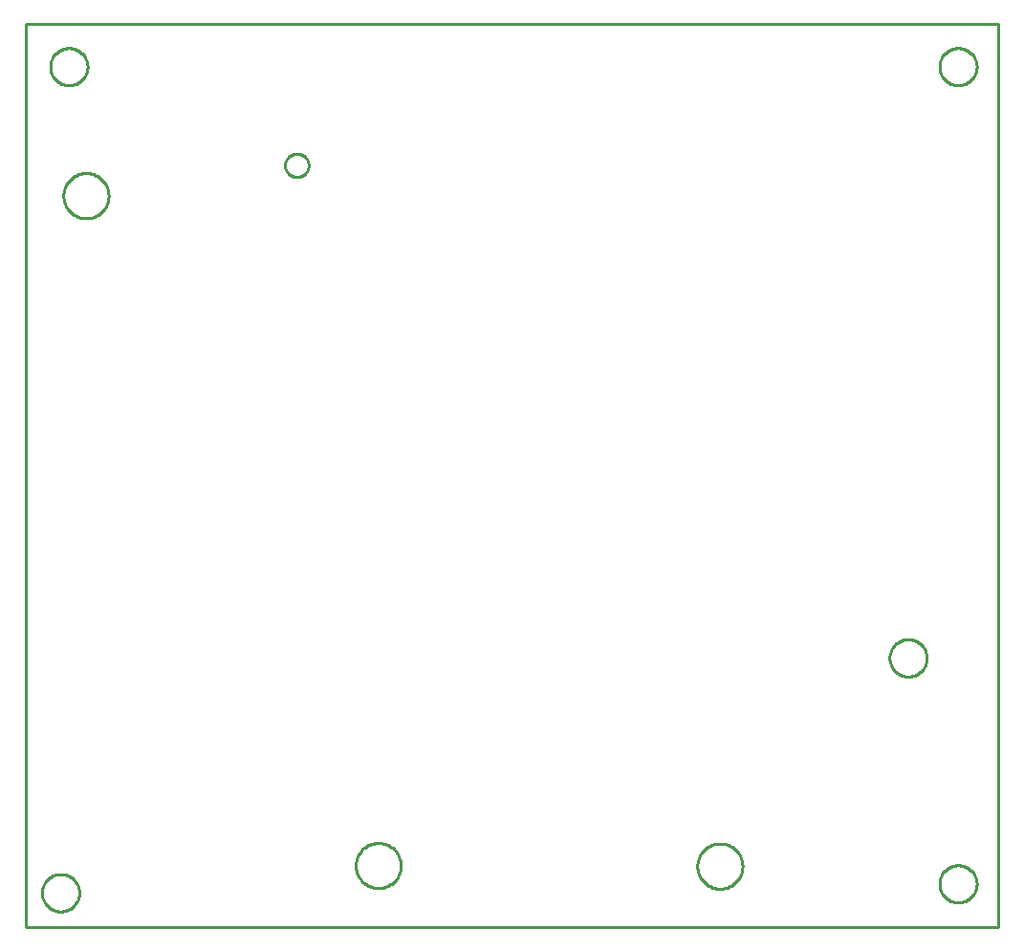
<source format=gko>
G04 EAGLE Gerber RS-274X export*
G75*
%MOMM*%
%FSLAX34Y34*%
%LPD*%
%INBoard Outline*%
%IPPOS*%
%AMOC8*
5,1,8,0,0,1.08239X$1,22.5*%
G01*
%ADD10C,0.000000*%
%ADD11C,0.254000*%


D10*
X508Y-13208D02*
X861608Y-13208D01*
X861608Y786792D01*
X508Y786792D01*
X508Y-13208D01*
X292636Y41108D02*
X292642Y41599D01*
X292660Y42089D01*
X292690Y42579D01*
X292732Y43068D01*
X292786Y43556D01*
X292852Y44043D01*
X292930Y44527D01*
X293020Y45010D01*
X293122Y45490D01*
X293235Y45968D01*
X293360Y46442D01*
X293497Y46914D01*
X293645Y47382D01*
X293805Y47846D01*
X293976Y48306D01*
X294158Y48762D01*
X294352Y49213D01*
X294556Y49659D01*
X294772Y50100D01*
X294998Y50536D01*
X295234Y50966D01*
X295481Y51390D01*
X295739Y51808D01*
X296007Y52219D01*
X296284Y52624D01*
X296572Y53022D01*
X296869Y53413D01*
X297176Y53796D01*
X297492Y54171D01*
X297817Y54539D01*
X298151Y54899D01*
X298494Y55250D01*
X298845Y55593D01*
X299205Y55927D01*
X299573Y56252D01*
X299948Y56568D01*
X300331Y56875D01*
X300722Y57172D01*
X301120Y57460D01*
X301525Y57737D01*
X301936Y58005D01*
X302354Y58263D01*
X302778Y58510D01*
X303208Y58746D01*
X303644Y58972D01*
X304085Y59188D01*
X304531Y59392D01*
X304982Y59586D01*
X305438Y59768D01*
X305898Y59939D01*
X306362Y60099D01*
X306830Y60247D01*
X307302Y60384D01*
X307776Y60509D01*
X308254Y60622D01*
X308734Y60724D01*
X309217Y60814D01*
X309701Y60892D01*
X310188Y60958D01*
X310676Y61012D01*
X311165Y61054D01*
X311655Y61084D01*
X312145Y61102D01*
X312636Y61108D01*
X313127Y61102D01*
X313617Y61084D01*
X314107Y61054D01*
X314596Y61012D01*
X315084Y60958D01*
X315571Y60892D01*
X316055Y60814D01*
X316538Y60724D01*
X317018Y60622D01*
X317496Y60509D01*
X317970Y60384D01*
X318442Y60247D01*
X318910Y60099D01*
X319374Y59939D01*
X319834Y59768D01*
X320290Y59586D01*
X320741Y59392D01*
X321187Y59188D01*
X321628Y58972D01*
X322064Y58746D01*
X322494Y58510D01*
X322918Y58263D01*
X323336Y58005D01*
X323747Y57737D01*
X324152Y57460D01*
X324550Y57172D01*
X324941Y56875D01*
X325324Y56568D01*
X325699Y56252D01*
X326067Y55927D01*
X326427Y55593D01*
X326778Y55250D01*
X327121Y54899D01*
X327455Y54539D01*
X327780Y54171D01*
X328096Y53796D01*
X328403Y53413D01*
X328700Y53022D01*
X328988Y52624D01*
X329265Y52219D01*
X329533Y51808D01*
X329791Y51390D01*
X330038Y50966D01*
X330274Y50536D01*
X330500Y50100D01*
X330716Y49659D01*
X330920Y49213D01*
X331114Y48762D01*
X331296Y48306D01*
X331467Y47846D01*
X331627Y47382D01*
X331775Y46914D01*
X331912Y46442D01*
X332037Y45968D01*
X332150Y45490D01*
X332252Y45010D01*
X332342Y44527D01*
X332420Y44043D01*
X332486Y43556D01*
X332540Y43068D01*
X332582Y42579D01*
X332612Y42089D01*
X332630Y41599D01*
X332636Y41108D01*
X332630Y40617D01*
X332612Y40127D01*
X332582Y39637D01*
X332540Y39148D01*
X332486Y38660D01*
X332420Y38173D01*
X332342Y37689D01*
X332252Y37206D01*
X332150Y36726D01*
X332037Y36248D01*
X331912Y35774D01*
X331775Y35302D01*
X331627Y34834D01*
X331467Y34370D01*
X331296Y33910D01*
X331114Y33454D01*
X330920Y33003D01*
X330716Y32557D01*
X330500Y32116D01*
X330274Y31680D01*
X330038Y31250D01*
X329791Y30826D01*
X329533Y30408D01*
X329265Y29997D01*
X328988Y29592D01*
X328700Y29194D01*
X328403Y28803D01*
X328096Y28420D01*
X327780Y28045D01*
X327455Y27677D01*
X327121Y27317D01*
X326778Y26966D01*
X326427Y26623D01*
X326067Y26289D01*
X325699Y25964D01*
X325324Y25648D01*
X324941Y25341D01*
X324550Y25044D01*
X324152Y24756D01*
X323747Y24479D01*
X323336Y24211D01*
X322918Y23953D01*
X322494Y23706D01*
X322064Y23470D01*
X321628Y23244D01*
X321187Y23028D01*
X320741Y22824D01*
X320290Y22630D01*
X319834Y22448D01*
X319374Y22277D01*
X318910Y22117D01*
X318442Y21969D01*
X317970Y21832D01*
X317496Y21707D01*
X317018Y21594D01*
X316538Y21492D01*
X316055Y21402D01*
X315571Y21324D01*
X315084Y21258D01*
X314596Y21204D01*
X314107Y21162D01*
X313617Y21132D01*
X313127Y21114D01*
X312636Y21108D01*
X312145Y21114D01*
X311655Y21132D01*
X311165Y21162D01*
X310676Y21204D01*
X310188Y21258D01*
X309701Y21324D01*
X309217Y21402D01*
X308734Y21492D01*
X308254Y21594D01*
X307776Y21707D01*
X307302Y21832D01*
X306830Y21969D01*
X306362Y22117D01*
X305898Y22277D01*
X305438Y22448D01*
X304982Y22630D01*
X304531Y22824D01*
X304085Y23028D01*
X303644Y23244D01*
X303208Y23470D01*
X302778Y23706D01*
X302354Y23953D01*
X301936Y24211D01*
X301525Y24479D01*
X301120Y24756D01*
X300722Y25044D01*
X300331Y25341D01*
X299948Y25648D01*
X299573Y25964D01*
X299205Y26289D01*
X298845Y26623D01*
X298494Y26966D01*
X298151Y27317D01*
X297817Y27677D01*
X297492Y28045D01*
X297176Y28420D01*
X296869Y28803D01*
X296572Y29194D01*
X296284Y29592D01*
X296007Y29997D01*
X295739Y30408D01*
X295481Y30826D01*
X295234Y31250D01*
X294998Y31680D01*
X294772Y32116D01*
X294556Y32557D01*
X294352Y33003D01*
X294158Y33454D01*
X293976Y33910D01*
X293805Y34370D01*
X293645Y34834D01*
X293497Y35302D01*
X293360Y35774D01*
X293235Y36248D01*
X293122Y36726D01*
X293020Y37206D01*
X292930Y37689D01*
X292852Y38173D01*
X292786Y38660D01*
X292732Y39148D01*
X292690Y39637D01*
X292660Y40127D01*
X292642Y40617D01*
X292636Y41108D01*
X595112Y40600D02*
X595118Y41091D01*
X595136Y41581D01*
X595166Y42071D01*
X595208Y42560D01*
X595262Y43048D01*
X595328Y43535D01*
X595406Y44019D01*
X595496Y44502D01*
X595598Y44982D01*
X595711Y45460D01*
X595836Y45934D01*
X595973Y46406D01*
X596121Y46874D01*
X596281Y47338D01*
X596452Y47798D01*
X596634Y48254D01*
X596828Y48705D01*
X597032Y49151D01*
X597248Y49592D01*
X597474Y50028D01*
X597710Y50458D01*
X597957Y50882D01*
X598215Y51300D01*
X598483Y51711D01*
X598760Y52116D01*
X599048Y52514D01*
X599345Y52905D01*
X599652Y53288D01*
X599968Y53663D01*
X600293Y54031D01*
X600627Y54391D01*
X600970Y54742D01*
X601321Y55085D01*
X601681Y55419D01*
X602049Y55744D01*
X602424Y56060D01*
X602807Y56367D01*
X603198Y56664D01*
X603596Y56952D01*
X604001Y57229D01*
X604412Y57497D01*
X604830Y57755D01*
X605254Y58002D01*
X605684Y58238D01*
X606120Y58464D01*
X606561Y58680D01*
X607007Y58884D01*
X607458Y59078D01*
X607914Y59260D01*
X608374Y59431D01*
X608838Y59591D01*
X609306Y59739D01*
X609778Y59876D01*
X610252Y60001D01*
X610730Y60114D01*
X611210Y60216D01*
X611693Y60306D01*
X612177Y60384D01*
X612664Y60450D01*
X613152Y60504D01*
X613641Y60546D01*
X614131Y60576D01*
X614621Y60594D01*
X615112Y60600D01*
X615603Y60594D01*
X616093Y60576D01*
X616583Y60546D01*
X617072Y60504D01*
X617560Y60450D01*
X618047Y60384D01*
X618531Y60306D01*
X619014Y60216D01*
X619494Y60114D01*
X619972Y60001D01*
X620446Y59876D01*
X620918Y59739D01*
X621386Y59591D01*
X621850Y59431D01*
X622310Y59260D01*
X622766Y59078D01*
X623217Y58884D01*
X623663Y58680D01*
X624104Y58464D01*
X624540Y58238D01*
X624970Y58002D01*
X625394Y57755D01*
X625812Y57497D01*
X626223Y57229D01*
X626628Y56952D01*
X627026Y56664D01*
X627417Y56367D01*
X627800Y56060D01*
X628175Y55744D01*
X628543Y55419D01*
X628903Y55085D01*
X629254Y54742D01*
X629597Y54391D01*
X629931Y54031D01*
X630256Y53663D01*
X630572Y53288D01*
X630879Y52905D01*
X631176Y52514D01*
X631464Y52116D01*
X631741Y51711D01*
X632009Y51300D01*
X632267Y50882D01*
X632514Y50458D01*
X632750Y50028D01*
X632976Y49592D01*
X633192Y49151D01*
X633396Y48705D01*
X633590Y48254D01*
X633772Y47798D01*
X633943Y47338D01*
X634103Y46874D01*
X634251Y46406D01*
X634388Y45934D01*
X634513Y45460D01*
X634626Y44982D01*
X634728Y44502D01*
X634818Y44019D01*
X634896Y43535D01*
X634962Y43048D01*
X635016Y42560D01*
X635058Y42071D01*
X635088Y41581D01*
X635106Y41091D01*
X635112Y40600D01*
X635106Y40109D01*
X635088Y39619D01*
X635058Y39129D01*
X635016Y38640D01*
X634962Y38152D01*
X634896Y37665D01*
X634818Y37181D01*
X634728Y36698D01*
X634626Y36218D01*
X634513Y35740D01*
X634388Y35266D01*
X634251Y34794D01*
X634103Y34326D01*
X633943Y33862D01*
X633772Y33402D01*
X633590Y32946D01*
X633396Y32495D01*
X633192Y32049D01*
X632976Y31608D01*
X632750Y31172D01*
X632514Y30742D01*
X632267Y30318D01*
X632009Y29900D01*
X631741Y29489D01*
X631464Y29084D01*
X631176Y28686D01*
X630879Y28295D01*
X630572Y27912D01*
X630256Y27537D01*
X629931Y27169D01*
X629597Y26809D01*
X629254Y26458D01*
X628903Y26115D01*
X628543Y25781D01*
X628175Y25456D01*
X627800Y25140D01*
X627417Y24833D01*
X627026Y24536D01*
X626628Y24248D01*
X626223Y23971D01*
X625812Y23703D01*
X625394Y23445D01*
X624970Y23198D01*
X624540Y22962D01*
X624104Y22736D01*
X623663Y22520D01*
X623217Y22316D01*
X622766Y22122D01*
X622310Y21940D01*
X621850Y21769D01*
X621386Y21609D01*
X620918Y21461D01*
X620446Y21324D01*
X619972Y21199D01*
X619494Y21086D01*
X619014Y20984D01*
X618531Y20894D01*
X618047Y20816D01*
X617560Y20750D01*
X617072Y20696D01*
X616583Y20654D01*
X616093Y20624D01*
X615603Y20606D01*
X615112Y20600D01*
X614621Y20606D01*
X614131Y20624D01*
X613641Y20654D01*
X613152Y20696D01*
X612664Y20750D01*
X612177Y20816D01*
X611693Y20894D01*
X611210Y20984D01*
X610730Y21086D01*
X610252Y21199D01*
X609778Y21324D01*
X609306Y21461D01*
X608838Y21609D01*
X608374Y21769D01*
X607914Y21940D01*
X607458Y22122D01*
X607007Y22316D01*
X606561Y22520D01*
X606120Y22736D01*
X605684Y22962D01*
X605254Y23198D01*
X604830Y23445D01*
X604412Y23703D01*
X604001Y23971D01*
X603596Y24248D01*
X603198Y24536D01*
X602807Y24833D01*
X602424Y25140D01*
X602049Y25456D01*
X601681Y25781D01*
X601321Y26115D01*
X600970Y26458D01*
X600627Y26809D01*
X600293Y27169D01*
X599968Y27537D01*
X599652Y27912D01*
X599345Y28295D01*
X599048Y28686D01*
X598760Y29084D01*
X598483Y29489D01*
X598215Y29900D01*
X597957Y30318D01*
X597710Y30742D01*
X597474Y31172D01*
X597248Y31608D01*
X597032Y32049D01*
X596828Y32495D01*
X596634Y32946D01*
X596452Y33402D01*
X596281Y33862D01*
X596121Y34326D01*
X595973Y34794D01*
X595836Y35266D01*
X595711Y35740D01*
X595598Y36218D01*
X595496Y36698D01*
X595406Y37181D01*
X595328Y37665D01*
X595262Y38152D01*
X595208Y38640D01*
X595166Y39129D01*
X595136Y39619D01*
X595118Y40109D01*
X595112Y40600D01*
X230086Y661416D02*
X230089Y661672D01*
X230099Y661927D01*
X230114Y662182D01*
X230136Y662437D01*
X230164Y662691D01*
X230199Y662944D01*
X230239Y663196D01*
X230286Y663448D01*
X230339Y663698D01*
X230398Y663946D01*
X230463Y664194D01*
X230534Y664439D01*
X230612Y664683D01*
X230695Y664924D01*
X230784Y665164D01*
X230879Y665401D01*
X230979Y665636D01*
X231086Y665869D01*
X231198Y666098D01*
X231316Y666325D01*
X231439Y666549D01*
X231568Y666770D01*
X231702Y666987D01*
X231841Y667202D01*
X231986Y667412D01*
X232135Y667620D01*
X232290Y667823D01*
X232450Y668023D01*
X232614Y668218D01*
X232784Y668410D01*
X232958Y668597D01*
X233136Y668780D01*
X233319Y668958D01*
X233506Y669132D01*
X233698Y669302D01*
X233893Y669466D01*
X234093Y669626D01*
X234296Y669781D01*
X234504Y669930D01*
X234714Y670075D01*
X234929Y670214D01*
X235146Y670348D01*
X235367Y670477D01*
X235591Y670600D01*
X235818Y670718D01*
X236047Y670830D01*
X236280Y670937D01*
X236515Y671037D01*
X236752Y671132D01*
X236992Y671221D01*
X237233Y671304D01*
X237477Y671382D01*
X237722Y671453D01*
X237970Y671518D01*
X238218Y671577D01*
X238468Y671630D01*
X238720Y671677D01*
X238972Y671717D01*
X239225Y671752D01*
X239479Y671780D01*
X239734Y671802D01*
X239989Y671817D01*
X240244Y671827D01*
X240500Y671830D01*
X240756Y671827D01*
X241011Y671817D01*
X241266Y671802D01*
X241521Y671780D01*
X241775Y671752D01*
X242028Y671717D01*
X242280Y671677D01*
X242532Y671630D01*
X242782Y671577D01*
X243030Y671518D01*
X243278Y671453D01*
X243523Y671382D01*
X243767Y671304D01*
X244008Y671221D01*
X244248Y671132D01*
X244485Y671037D01*
X244720Y670937D01*
X244953Y670830D01*
X245182Y670718D01*
X245409Y670600D01*
X245633Y670477D01*
X245854Y670348D01*
X246071Y670214D01*
X246286Y670075D01*
X246496Y669930D01*
X246704Y669781D01*
X246907Y669626D01*
X247107Y669466D01*
X247302Y669302D01*
X247494Y669132D01*
X247681Y668958D01*
X247864Y668780D01*
X248042Y668597D01*
X248216Y668410D01*
X248386Y668218D01*
X248550Y668023D01*
X248710Y667823D01*
X248865Y667620D01*
X249014Y667412D01*
X249159Y667202D01*
X249298Y666987D01*
X249432Y666770D01*
X249561Y666549D01*
X249684Y666325D01*
X249802Y666098D01*
X249914Y665869D01*
X250021Y665636D01*
X250121Y665401D01*
X250216Y665164D01*
X250305Y664924D01*
X250388Y664683D01*
X250466Y664439D01*
X250537Y664194D01*
X250602Y663946D01*
X250661Y663698D01*
X250714Y663448D01*
X250761Y663196D01*
X250801Y662944D01*
X250836Y662691D01*
X250864Y662437D01*
X250886Y662182D01*
X250901Y661927D01*
X250911Y661672D01*
X250914Y661416D01*
X250911Y661160D01*
X250901Y660905D01*
X250886Y660650D01*
X250864Y660395D01*
X250836Y660141D01*
X250801Y659888D01*
X250761Y659636D01*
X250714Y659384D01*
X250661Y659134D01*
X250602Y658886D01*
X250537Y658638D01*
X250466Y658393D01*
X250388Y658149D01*
X250305Y657908D01*
X250216Y657668D01*
X250121Y657431D01*
X250021Y657196D01*
X249914Y656963D01*
X249802Y656734D01*
X249684Y656507D01*
X249561Y656283D01*
X249432Y656062D01*
X249298Y655845D01*
X249159Y655630D01*
X249014Y655420D01*
X248865Y655212D01*
X248710Y655009D01*
X248550Y654809D01*
X248386Y654614D01*
X248216Y654422D01*
X248042Y654235D01*
X247864Y654052D01*
X247681Y653874D01*
X247494Y653700D01*
X247302Y653530D01*
X247107Y653366D01*
X246907Y653206D01*
X246704Y653051D01*
X246496Y652902D01*
X246286Y652757D01*
X246071Y652618D01*
X245854Y652484D01*
X245633Y652355D01*
X245409Y652232D01*
X245182Y652114D01*
X244953Y652002D01*
X244720Y651895D01*
X244485Y651795D01*
X244248Y651700D01*
X244008Y651611D01*
X243767Y651528D01*
X243523Y651450D01*
X243278Y651379D01*
X243030Y651314D01*
X242782Y651255D01*
X242532Y651202D01*
X242280Y651155D01*
X242028Y651115D01*
X241775Y651080D01*
X241521Y651052D01*
X241266Y651030D01*
X241011Y651015D01*
X240756Y651005D01*
X240500Y651002D01*
X240244Y651005D01*
X239989Y651015D01*
X239734Y651030D01*
X239479Y651052D01*
X239225Y651080D01*
X238972Y651115D01*
X238720Y651155D01*
X238468Y651202D01*
X238218Y651255D01*
X237970Y651314D01*
X237722Y651379D01*
X237477Y651450D01*
X237233Y651528D01*
X236992Y651611D01*
X236752Y651700D01*
X236515Y651795D01*
X236280Y651895D01*
X236047Y652002D01*
X235818Y652114D01*
X235591Y652232D01*
X235367Y652355D01*
X235146Y652484D01*
X234929Y652618D01*
X234714Y652757D01*
X234504Y652902D01*
X234296Y653051D01*
X234093Y653206D01*
X233893Y653366D01*
X233698Y653530D01*
X233506Y653700D01*
X233319Y653874D01*
X233136Y654052D01*
X232958Y654235D01*
X232784Y654422D01*
X232614Y654614D01*
X232450Y654809D01*
X232290Y655009D01*
X232135Y655212D01*
X231986Y655420D01*
X231841Y655630D01*
X231702Y655845D01*
X231568Y656062D01*
X231439Y656283D01*
X231316Y656507D01*
X231198Y656734D01*
X231086Y656963D01*
X230979Y657196D01*
X230879Y657431D01*
X230784Y657668D01*
X230695Y657908D01*
X230612Y658149D01*
X230534Y658393D01*
X230463Y658638D01*
X230398Y658886D01*
X230339Y659134D01*
X230286Y659384D01*
X230239Y659636D01*
X230199Y659888D01*
X230164Y660141D01*
X230136Y660395D01*
X230114Y660650D01*
X230099Y660905D01*
X230089Y661160D01*
X230086Y661416D01*
X809498Y748792D02*
X809503Y749197D01*
X809518Y749602D01*
X809543Y750007D01*
X809578Y750410D01*
X809622Y750813D01*
X809677Y751215D01*
X809741Y751615D01*
X809815Y752013D01*
X809899Y752409D01*
X809993Y752804D01*
X810096Y753195D01*
X810209Y753585D01*
X810331Y753971D01*
X810463Y754354D01*
X810604Y754734D01*
X810755Y755110D01*
X810914Y755483D01*
X811083Y755851D01*
X811261Y756215D01*
X811447Y756575D01*
X811643Y756930D01*
X811847Y757280D01*
X812059Y757625D01*
X812280Y757964D01*
X812510Y758299D01*
X812747Y758627D01*
X812992Y758949D01*
X813246Y759266D01*
X813506Y759576D01*
X813775Y759879D01*
X814051Y760176D01*
X814334Y760466D01*
X814624Y760749D01*
X814921Y761025D01*
X815224Y761294D01*
X815534Y761554D01*
X815851Y761808D01*
X816173Y762053D01*
X816501Y762290D01*
X816836Y762520D01*
X817175Y762741D01*
X817520Y762953D01*
X817870Y763157D01*
X818225Y763353D01*
X818585Y763539D01*
X818949Y763717D01*
X819317Y763886D01*
X819690Y764045D01*
X820066Y764196D01*
X820446Y764337D01*
X820829Y764469D01*
X821215Y764591D01*
X821605Y764704D01*
X821996Y764807D01*
X822391Y764901D01*
X822787Y764985D01*
X823185Y765059D01*
X823585Y765123D01*
X823987Y765178D01*
X824390Y765222D01*
X824793Y765257D01*
X825198Y765282D01*
X825603Y765297D01*
X826008Y765302D01*
X826413Y765297D01*
X826818Y765282D01*
X827223Y765257D01*
X827626Y765222D01*
X828029Y765178D01*
X828431Y765123D01*
X828831Y765059D01*
X829229Y764985D01*
X829625Y764901D01*
X830020Y764807D01*
X830411Y764704D01*
X830801Y764591D01*
X831187Y764469D01*
X831570Y764337D01*
X831950Y764196D01*
X832326Y764045D01*
X832699Y763886D01*
X833067Y763717D01*
X833431Y763539D01*
X833791Y763353D01*
X834146Y763157D01*
X834496Y762953D01*
X834841Y762741D01*
X835180Y762520D01*
X835515Y762290D01*
X835843Y762053D01*
X836165Y761808D01*
X836482Y761554D01*
X836792Y761294D01*
X837095Y761025D01*
X837392Y760749D01*
X837682Y760466D01*
X837965Y760176D01*
X838241Y759879D01*
X838510Y759576D01*
X838770Y759266D01*
X839024Y758949D01*
X839269Y758627D01*
X839506Y758299D01*
X839736Y757964D01*
X839957Y757625D01*
X840169Y757280D01*
X840373Y756930D01*
X840569Y756575D01*
X840755Y756215D01*
X840933Y755851D01*
X841102Y755483D01*
X841261Y755110D01*
X841412Y754734D01*
X841553Y754354D01*
X841685Y753971D01*
X841807Y753585D01*
X841920Y753195D01*
X842023Y752804D01*
X842117Y752409D01*
X842201Y752013D01*
X842275Y751615D01*
X842339Y751215D01*
X842394Y750813D01*
X842438Y750410D01*
X842473Y750007D01*
X842498Y749602D01*
X842513Y749197D01*
X842518Y748792D01*
X842513Y748387D01*
X842498Y747982D01*
X842473Y747577D01*
X842438Y747174D01*
X842394Y746771D01*
X842339Y746369D01*
X842275Y745969D01*
X842201Y745571D01*
X842117Y745175D01*
X842023Y744780D01*
X841920Y744389D01*
X841807Y743999D01*
X841685Y743613D01*
X841553Y743230D01*
X841412Y742850D01*
X841261Y742474D01*
X841102Y742101D01*
X840933Y741733D01*
X840755Y741369D01*
X840569Y741009D01*
X840373Y740654D01*
X840169Y740304D01*
X839957Y739959D01*
X839736Y739620D01*
X839506Y739285D01*
X839269Y738957D01*
X839024Y738635D01*
X838770Y738318D01*
X838510Y738008D01*
X838241Y737705D01*
X837965Y737408D01*
X837682Y737118D01*
X837392Y736835D01*
X837095Y736559D01*
X836792Y736290D01*
X836482Y736030D01*
X836165Y735776D01*
X835843Y735531D01*
X835515Y735294D01*
X835180Y735064D01*
X834841Y734843D01*
X834496Y734631D01*
X834146Y734427D01*
X833791Y734231D01*
X833431Y734045D01*
X833067Y733867D01*
X832699Y733698D01*
X832326Y733539D01*
X831950Y733388D01*
X831570Y733247D01*
X831187Y733115D01*
X830801Y732993D01*
X830411Y732880D01*
X830020Y732777D01*
X829625Y732683D01*
X829229Y732599D01*
X828831Y732525D01*
X828431Y732461D01*
X828029Y732406D01*
X827626Y732362D01*
X827223Y732327D01*
X826818Y732302D01*
X826413Y732287D01*
X826008Y732282D01*
X825603Y732287D01*
X825198Y732302D01*
X824793Y732327D01*
X824390Y732362D01*
X823987Y732406D01*
X823585Y732461D01*
X823185Y732525D01*
X822787Y732599D01*
X822391Y732683D01*
X821996Y732777D01*
X821605Y732880D01*
X821215Y732993D01*
X820829Y733115D01*
X820446Y733247D01*
X820066Y733388D01*
X819690Y733539D01*
X819317Y733698D01*
X818949Y733867D01*
X818585Y734045D01*
X818225Y734231D01*
X817870Y734427D01*
X817520Y734631D01*
X817175Y734843D01*
X816836Y735064D01*
X816501Y735294D01*
X816173Y735531D01*
X815851Y735776D01*
X815534Y736030D01*
X815224Y736290D01*
X814921Y736559D01*
X814624Y736835D01*
X814334Y737118D01*
X814051Y737408D01*
X813775Y737705D01*
X813506Y738008D01*
X813246Y738318D01*
X812992Y738635D01*
X812747Y738957D01*
X812510Y739285D01*
X812280Y739620D01*
X812059Y739959D01*
X811847Y740304D01*
X811643Y740654D01*
X811447Y741009D01*
X811261Y741369D01*
X811083Y741733D01*
X810914Y742101D01*
X810755Y742474D01*
X810604Y742850D01*
X810463Y743230D01*
X810331Y743613D01*
X810209Y743999D01*
X810096Y744389D01*
X809993Y744780D01*
X809899Y745175D01*
X809815Y745571D01*
X809741Y745969D01*
X809677Y746369D01*
X809622Y746771D01*
X809578Y747174D01*
X809543Y747577D01*
X809518Y747982D01*
X809503Y748387D01*
X809498Y748792D01*
X14732Y17018D02*
X14737Y17423D01*
X14752Y17828D01*
X14777Y18233D01*
X14812Y18636D01*
X14856Y19039D01*
X14911Y19441D01*
X14975Y19841D01*
X15049Y20239D01*
X15133Y20635D01*
X15227Y21030D01*
X15330Y21421D01*
X15443Y21811D01*
X15565Y22197D01*
X15697Y22580D01*
X15838Y22960D01*
X15989Y23336D01*
X16148Y23709D01*
X16317Y24077D01*
X16495Y24441D01*
X16681Y24801D01*
X16877Y25156D01*
X17081Y25506D01*
X17293Y25851D01*
X17514Y26190D01*
X17744Y26525D01*
X17981Y26853D01*
X18226Y27175D01*
X18480Y27492D01*
X18740Y27802D01*
X19009Y28105D01*
X19285Y28402D01*
X19568Y28692D01*
X19858Y28975D01*
X20155Y29251D01*
X20458Y29520D01*
X20768Y29780D01*
X21085Y30034D01*
X21407Y30279D01*
X21735Y30516D01*
X22070Y30746D01*
X22409Y30967D01*
X22754Y31179D01*
X23104Y31383D01*
X23459Y31579D01*
X23819Y31765D01*
X24183Y31943D01*
X24551Y32112D01*
X24924Y32271D01*
X25300Y32422D01*
X25680Y32563D01*
X26063Y32695D01*
X26449Y32817D01*
X26839Y32930D01*
X27230Y33033D01*
X27625Y33127D01*
X28021Y33211D01*
X28419Y33285D01*
X28819Y33349D01*
X29221Y33404D01*
X29624Y33448D01*
X30027Y33483D01*
X30432Y33508D01*
X30837Y33523D01*
X31242Y33528D01*
X31647Y33523D01*
X32052Y33508D01*
X32457Y33483D01*
X32860Y33448D01*
X33263Y33404D01*
X33665Y33349D01*
X34065Y33285D01*
X34463Y33211D01*
X34859Y33127D01*
X35254Y33033D01*
X35645Y32930D01*
X36035Y32817D01*
X36421Y32695D01*
X36804Y32563D01*
X37184Y32422D01*
X37560Y32271D01*
X37933Y32112D01*
X38301Y31943D01*
X38665Y31765D01*
X39025Y31579D01*
X39380Y31383D01*
X39730Y31179D01*
X40075Y30967D01*
X40414Y30746D01*
X40749Y30516D01*
X41077Y30279D01*
X41399Y30034D01*
X41716Y29780D01*
X42026Y29520D01*
X42329Y29251D01*
X42626Y28975D01*
X42916Y28692D01*
X43199Y28402D01*
X43475Y28105D01*
X43744Y27802D01*
X44004Y27492D01*
X44258Y27175D01*
X44503Y26853D01*
X44740Y26525D01*
X44970Y26190D01*
X45191Y25851D01*
X45403Y25506D01*
X45607Y25156D01*
X45803Y24801D01*
X45989Y24441D01*
X46167Y24077D01*
X46336Y23709D01*
X46495Y23336D01*
X46646Y22960D01*
X46787Y22580D01*
X46919Y22197D01*
X47041Y21811D01*
X47154Y21421D01*
X47257Y21030D01*
X47351Y20635D01*
X47435Y20239D01*
X47509Y19841D01*
X47573Y19441D01*
X47628Y19039D01*
X47672Y18636D01*
X47707Y18233D01*
X47732Y17828D01*
X47747Y17423D01*
X47752Y17018D01*
X47747Y16613D01*
X47732Y16208D01*
X47707Y15803D01*
X47672Y15400D01*
X47628Y14997D01*
X47573Y14595D01*
X47509Y14195D01*
X47435Y13797D01*
X47351Y13401D01*
X47257Y13006D01*
X47154Y12615D01*
X47041Y12225D01*
X46919Y11839D01*
X46787Y11456D01*
X46646Y11076D01*
X46495Y10700D01*
X46336Y10327D01*
X46167Y9959D01*
X45989Y9595D01*
X45803Y9235D01*
X45607Y8880D01*
X45403Y8530D01*
X45191Y8185D01*
X44970Y7846D01*
X44740Y7511D01*
X44503Y7183D01*
X44258Y6861D01*
X44004Y6544D01*
X43744Y6234D01*
X43475Y5931D01*
X43199Y5634D01*
X42916Y5344D01*
X42626Y5061D01*
X42329Y4785D01*
X42026Y4516D01*
X41716Y4256D01*
X41399Y4002D01*
X41077Y3757D01*
X40749Y3520D01*
X40414Y3290D01*
X40075Y3069D01*
X39730Y2857D01*
X39380Y2653D01*
X39025Y2457D01*
X38665Y2271D01*
X38301Y2093D01*
X37933Y1924D01*
X37560Y1765D01*
X37184Y1614D01*
X36804Y1473D01*
X36421Y1341D01*
X36035Y1219D01*
X35645Y1106D01*
X35254Y1003D01*
X34859Y909D01*
X34463Y825D01*
X34065Y751D01*
X33665Y687D01*
X33263Y632D01*
X32860Y588D01*
X32457Y553D01*
X32052Y528D01*
X31647Y513D01*
X31242Y508D01*
X30837Y513D01*
X30432Y528D01*
X30027Y553D01*
X29624Y588D01*
X29221Y632D01*
X28819Y687D01*
X28419Y751D01*
X28021Y825D01*
X27625Y909D01*
X27230Y1003D01*
X26839Y1106D01*
X26449Y1219D01*
X26063Y1341D01*
X25680Y1473D01*
X25300Y1614D01*
X24924Y1765D01*
X24551Y1924D01*
X24183Y2093D01*
X23819Y2271D01*
X23459Y2457D01*
X23104Y2653D01*
X22754Y2857D01*
X22409Y3069D01*
X22070Y3290D01*
X21735Y3520D01*
X21407Y3757D01*
X21085Y4002D01*
X20768Y4256D01*
X20458Y4516D01*
X20155Y4785D01*
X19858Y5061D01*
X19568Y5344D01*
X19285Y5634D01*
X19009Y5931D01*
X18740Y6234D01*
X18480Y6544D01*
X18226Y6861D01*
X17981Y7183D01*
X17744Y7511D01*
X17514Y7846D01*
X17293Y8185D01*
X17081Y8530D01*
X16877Y8880D01*
X16681Y9235D01*
X16495Y9595D01*
X16317Y9959D01*
X16148Y10327D01*
X15989Y10700D01*
X15838Y11076D01*
X15697Y11456D01*
X15565Y11839D01*
X15443Y12225D01*
X15330Y12615D01*
X15227Y13006D01*
X15133Y13401D01*
X15049Y13797D01*
X14975Y14195D01*
X14911Y14595D01*
X14856Y14997D01*
X14812Y15400D01*
X14777Y15803D01*
X14752Y16208D01*
X14737Y16613D01*
X14732Y17018D01*
X809498Y24892D02*
X809503Y25297D01*
X809518Y25702D01*
X809543Y26107D01*
X809578Y26510D01*
X809622Y26913D01*
X809677Y27315D01*
X809741Y27715D01*
X809815Y28113D01*
X809899Y28509D01*
X809993Y28904D01*
X810096Y29295D01*
X810209Y29685D01*
X810331Y30071D01*
X810463Y30454D01*
X810604Y30834D01*
X810755Y31210D01*
X810914Y31583D01*
X811083Y31951D01*
X811261Y32315D01*
X811447Y32675D01*
X811643Y33030D01*
X811847Y33380D01*
X812059Y33725D01*
X812280Y34064D01*
X812510Y34399D01*
X812747Y34727D01*
X812992Y35049D01*
X813246Y35366D01*
X813506Y35676D01*
X813775Y35979D01*
X814051Y36276D01*
X814334Y36566D01*
X814624Y36849D01*
X814921Y37125D01*
X815224Y37394D01*
X815534Y37654D01*
X815851Y37908D01*
X816173Y38153D01*
X816501Y38390D01*
X816836Y38620D01*
X817175Y38841D01*
X817520Y39053D01*
X817870Y39257D01*
X818225Y39453D01*
X818585Y39639D01*
X818949Y39817D01*
X819317Y39986D01*
X819690Y40145D01*
X820066Y40296D01*
X820446Y40437D01*
X820829Y40569D01*
X821215Y40691D01*
X821605Y40804D01*
X821996Y40907D01*
X822391Y41001D01*
X822787Y41085D01*
X823185Y41159D01*
X823585Y41223D01*
X823987Y41278D01*
X824390Y41322D01*
X824793Y41357D01*
X825198Y41382D01*
X825603Y41397D01*
X826008Y41402D01*
X826413Y41397D01*
X826818Y41382D01*
X827223Y41357D01*
X827626Y41322D01*
X828029Y41278D01*
X828431Y41223D01*
X828831Y41159D01*
X829229Y41085D01*
X829625Y41001D01*
X830020Y40907D01*
X830411Y40804D01*
X830801Y40691D01*
X831187Y40569D01*
X831570Y40437D01*
X831950Y40296D01*
X832326Y40145D01*
X832699Y39986D01*
X833067Y39817D01*
X833431Y39639D01*
X833791Y39453D01*
X834146Y39257D01*
X834496Y39053D01*
X834841Y38841D01*
X835180Y38620D01*
X835515Y38390D01*
X835843Y38153D01*
X836165Y37908D01*
X836482Y37654D01*
X836792Y37394D01*
X837095Y37125D01*
X837392Y36849D01*
X837682Y36566D01*
X837965Y36276D01*
X838241Y35979D01*
X838510Y35676D01*
X838770Y35366D01*
X839024Y35049D01*
X839269Y34727D01*
X839506Y34399D01*
X839736Y34064D01*
X839957Y33725D01*
X840169Y33380D01*
X840373Y33030D01*
X840569Y32675D01*
X840755Y32315D01*
X840933Y31951D01*
X841102Y31583D01*
X841261Y31210D01*
X841412Y30834D01*
X841553Y30454D01*
X841685Y30071D01*
X841807Y29685D01*
X841920Y29295D01*
X842023Y28904D01*
X842117Y28509D01*
X842201Y28113D01*
X842275Y27715D01*
X842339Y27315D01*
X842394Y26913D01*
X842438Y26510D01*
X842473Y26107D01*
X842498Y25702D01*
X842513Y25297D01*
X842518Y24892D01*
X842513Y24487D01*
X842498Y24082D01*
X842473Y23677D01*
X842438Y23274D01*
X842394Y22871D01*
X842339Y22469D01*
X842275Y22069D01*
X842201Y21671D01*
X842117Y21275D01*
X842023Y20880D01*
X841920Y20489D01*
X841807Y20099D01*
X841685Y19713D01*
X841553Y19330D01*
X841412Y18950D01*
X841261Y18574D01*
X841102Y18201D01*
X840933Y17833D01*
X840755Y17469D01*
X840569Y17109D01*
X840373Y16754D01*
X840169Y16404D01*
X839957Y16059D01*
X839736Y15720D01*
X839506Y15385D01*
X839269Y15057D01*
X839024Y14735D01*
X838770Y14418D01*
X838510Y14108D01*
X838241Y13805D01*
X837965Y13508D01*
X837682Y13218D01*
X837392Y12935D01*
X837095Y12659D01*
X836792Y12390D01*
X836482Y12130D01*
X836165Y11876D01*
X835843Y11631D01*
X835515Y11394D01*
X835180Y11164D01*
X834841Y10943D01*
X834496Y10731D01*
X834146Y10527D01*
X833791Y10331D01*
X833431Y10145D01*
X833067Y9967D01*
X832699Y9798D01*
X832326Y9639D01*
X831950Y9488D01*
X831570Y9347D01*
X831187Y9215D01*
X830801Y9093D01*
X830411Y8980D01*
X830020Y8877D01*
X829625Y8783D01*
X829229Y8699D01*
X828831Y8625D01*
X828431Y8561D01*
X828029Y8506D01*
X827626Y8462D01*
X827223Y8427D01*
X826818Y8402D01*
X826413Y8387D01*
X826008Y8382D01*
X825603Y8387D01*
X825198Y8402D01*
X824793Y8427D01*
X824390Y8462D01*
X823987Y8506D01*
X823585Y8561D01*
X823185Y8625D01*
X822787Y8699D01*
X822391Y8783D01*
X821996Y8877D01*
X821605Y8980D01*
X821215Y9093D01*
X820829Y9215D01*
X820446Y9347D01*
X820066Y9488D01*
X819690Y9639D01*
X819317Y9798D01*
X818949Y9967D01*
X818585Y10145D01*
X818225Y10331D01*
X817870Y10527D01*
X817520Y10731D01*
X817175Y10943D01*
X816836Y11164D01*
X816501Y11394D01*
X816173Y11631D01*
X815851Y11876D01*
X815534Y12130D01*
X815224Y12390D01*
X814921Y12659D01*
X814624Y12935D01*
X814334Y13218D01*
X814051Y13508D01*
X813775Y13805D01*
X813506Y14108D01*
X813246Y14418D01*
X812992Y14735D01*
X812747Y15057D01*
X812510Y15385D01*
X812280Y15720D01*
X812059Y16059D01*
X811847Y16404D01*
X811643Y16754D01*
X811447Y17109D01*
X811261Y17469D01*
X811083Y17833D01*
X810914Y18201D01*
X810755Y18574D01*
X810604Y18950D01*
X810463Y19330D01*
X810331Y19713D01*
X810209Y20099D01*
X810096Y20489D01*
X809993Y20880D01*
X809899Y21275D01*
X809815Y21671D01*
X809741Y22069D01*
X809677Y22469D01*
X809622Y22871D01*
X809578Y23274D01*
X809543Y23677D01*
X809518Y24082D01*
X809503Y24487D01*
X809498Y24892D01*
X22098Y748792D02*
X22103Y749197D01*
X22118Y749602D01*
X22143Y750007D01*
X22178Y750410D01*
X22222Y750813D01*
X22277Y751215D01*
X22341Y751615D01*
X22415Y752013D01*
X22499Y752409D01*
X22593Y752804D01*
X22696Y753195D01*
X22809Y753585D01*
X22931Y753971D01*
X23063Y754354D01*
X23204Y754734D01*
X23355Y755110D01*
X23514Y755483D01*
X23683Y755851D01*
X23861Y756215D01*
X24047Y756575D01*
X24243Y756930D01*
X24447Y757280D01*
X24659Y757625D01*
X24880Y757964D01*
X25110Y758299D01*
X25347Y758627D01*
X25592Y758949D01*
X25846Y759266D01*
X26106Y759576D01*
X26375Y759879D01*
X26651Y760176D01*
X26934Y760466D01*
X27224Y760749D01*
X27521Y761025D01*
X27824Y761294D01*
X28134Y761554D01*
X28451Y761808D01*
X28773Y762053D01*
X29101Y762290D01*
X29436Y762520D01*
X29775Y762741D01*
X30120Y762953D01*
X30470Y763157D01*
X30825Y763353D01*
X31185Y763539D01*
X31549Y763717D01*
X31917Y763886D01*
X32290Y764045D01*
X32666Y764196D01*
X33046Y764337D01*
X33429Y764469D01*
X33815Y764591D01*
X34205Y764704D01*
X34596Y764807D01*
X34991Y764901D01*
X35387Y764985D01*
X35785Y765059D01*
X36185Y765123D01*
X36587Y765178D01*
X36990Y765222D01*
X37393Y765257D01*
X37798Y765282D01*
X38203Y765297D01*
X38608Y765302D01*
X39013Y765297D01*
X39418Y765282D01*
X39823Y765257D01*
X40226Y765222D01*
X40629Y765178D01*
X41031Y765123D01*
X41431Y765059D01*
X41829Y764985D01*
X42225Y764901D01*
X42620Y764807D01*
X43011Y764704D01*
X43401Y764591D01*
X43787Y764469D01*
X44170Y764337D01*
X44550Y764196D01*
X44926Y764045D01*
X45299Y763886D01*
X45667Y763717D01*
X46031Y763539D01*
X46391Y763353D01*
X46746Y763157D01*
X47096Y762953D01*
X47441Y762741D01*
X47780Y762520D01*
X48115Y762290D01*
X48443Y762053D01*
X48765Y761808D01*
X49082Y761554D01*
X49392Y761294D01*
X49695Y761025D01*
X49992Y760749D01*
X50282Y760466D01*
X50565Y760176D01*
X50841Y759879D01*
X51110Y759576D01*
X51370Y759266D01*
X51624Y758949D01*
X51869Y758627D01*
X52106Y758299D01*
X52336Y757964D01*
X52557Y757625D01*
X52769Y757280D01*
X52973Y756930D01*
X53169Y756575D01*
X53355Y756215D01*
X53533Y755851D01*
X53702Y755483D01*
X53861Y755110D01*
X54012Y754734D01*
X54153Y754354D01*
X54285Y753971D01*
X54407Y753585D01*
X54520Y753195D01*
X54623Y752804D01*
X54717Y752409D01*
X54801Y752013D01*
X54875Y751615D01*
X54939Y751215D01*
X54994Y750813D01*
X55038Y750410D01*
X55073Y750007D01*
X55098Y749602D01*
X55113Y749197D01*
X55118Y748792D01*
X55113Y748387D01*
X55098Y747982D01*
X55073Y747577D01*
X55038Y747174D01*
X54994Y746771D01*
X54939Y746369D01*
X54875Y745969D01*
X54801Y745571D01*
X54717Y745175D01*
X54623Y744780D01*
X54520Y744389D01*
X54407Y743999D01*
X54285Y743613D01*
X54153Y743230D01*
X54012Y742850D01*
X53861Y742474D01*
X53702Y742101D01*
X53533Y741733D01*
X53355Y741369D01*
X53169Y741009D01*
X52973Y740654D01*
X52769Y740304D01*
X52557Y739959D01*
X52336Y739620D01*
X52106Y739285D01*
X51869Y738957D01*
X51624Y738635D01*
X51370Y738318D01*
X51110Y738008D01*
X50841Y737705D01*
X50565Y737408D01*
X50282Y737118D01*
X49992Y736835D01*
X49695Y736559D01*
X49392Y736290D01*
X49082Y736030D01*
X48765Y735776D01*
X48443Y735531D01*
X48115Y735294D01*
X47780Y735064D01*
X47441Y734843D01*
X47096Y734631D01*
X46746Y734427D01*
X46391Y734231D01*
X46031Y734045D01*
X45667Y733867D01*
X45299Y733698D01*
X44926Y733539D01*
X44550Y733388D01*
X44170Y733247D01*
X43787Y733115D01*
X43401Y732993D01*
X43011Y732880D01*
X42620Y732777D01*
X42225Y732683D01*
X41829Y732599D01*
X41431Y732525D01*
X41031Y732461D01*
X40629Y732406D01*
X40226Y732362D01*
X39823Y732327D01*
X39418Y732302D01*
X39013Y732287D01*
X38608Y732282D01*
X38203Y732287D01*
X37798Y732302D01*
X37393Y732327D01*
X36990Y732362D01*
X36587Y732406D01*
X36185Y732461D01*
X35785Y732525D01*
X35387Y732599D01*
X34991Y732683D01*
X34596Y732777D01*
X34205Y732880D01*
X33815Y732993D01*
X33429Y733115D01*
X33046Y733247D01*
X32666Y733388D01*
X32290Y733539D01*
X31917Y733698D01*
X31549Y733867D01*
X31185Y734045D01*
X30825Y734231D01*
X30470Y734427D01*
X30120Y734631D01*
X29775Y734843D01*
X29436Y735064D01*
X29101Y735294D01*
X28773Y735531D01*
X28451Y735776D01*
X28134Y736030D01*
X27824Y736290D01*
X27521Y736559D01*
X27224Y736835D01*
X26934Y737118D01*
X26651Y737408D01*
X26375Y737705D01*
X26106Y738008D01*
X25846Y738318D01*
X25592Y738635D01*
X25347Y738957D01*
X25110Y739285D01*
X24880Y739620D01*
X24659Y739959D01*
X24447Y740304D01*
X24243Y740654D01*
X24047Y741009D01*
X23861Y741369D01*
X23683Y741733D01*
X23514Y742101D01*
X23355Y742474D01*
X23204Y742850D01*
X23063Y743230D01*
X22931Y743613D01*
X22809Y743999D01*
X22696Y744389D01*
X22593Y744780D01*
X22499Y745175D01*
X22415Y745571D01*
X22341Y745969D01*
X22277Y746369D01*
X22222Y746771D01*
X22178Y747174D01*
X22143Y747577D01*
X22118Y747982D01*
X22103Y748387D01*
X22098Y748792D01*
X33808Y634492D02*
X33814Y634983D01*
X33832Y635473D01*
X33862Y635963D01*
X33904Y636452D01*
X33958Y636940D01*
X34024Y637427D01*
X34102Y637911D01*
X34192Y638394D01*
X34294Y638874D01*
X34407Y639352D01*
X34532Y639826D01*
X34669Y640298D01*
X34817Y640766D01*
X34977Y641230D01*
X35148Y641690D01*
X35330Y642146D01*
X35524Y642597D01*
X35728Y643043D01*
X35944Y643484D01*
X36170Y643920D01*
X36406Y644350D01*
X36653Y644774D01*
X36911Y645192D01*
X37179Y645603D01*
X37456Y646008D01*
X37744Y646406D01*
X38041Y646797D01*
X38348Y647180D01*
X38664Y647555D01*
X38989Y647923D01*
X39323Y648283D01*
X39666Y648634D01*
X40017Y648977D01*
X40377Y649311D01*
X40745Y649636D01*
X41120Y649952D01*
X41503Y650259D01*
X41894Y650556D01*
X42292Y650844D01*
X42697Y651121D01*
X43108Y651389D01*
X43526Y651647D01*
X43950Y651894D01*
X44380Y652130D01*
X44816Y652356D01*
X45257Y652572D01*
X45703Y652776D01*
X46154Y652970D01*
X46610Y653152D01*
X47070Y653323D01*
X47534Y653483D01*
X48002Y653631D01*
X48474Y653768D01*
X48948Y653893D01*
X49426Y654006D01*
X49906Y654108D01*
X50389Y654198D01*
X50873Y654276D01*
X51360Y654342D01*
X51848Y654396D01*
X52337Y654438D01*
X52827Y654468D01*
X53317Y654486D01*
X53808Y654492D01*
X54299Y654486D01*
X54789Y654468D01*
X55279Y654438D01*
X55768Y654396D01*
X56256Y654342D01*
X56743Y654276D01*
X57227Y654198D01*
X57710Y654108D01*
X58190Y654006D01*
X58668Y653893D01*
X59142Y653768D01*
X59614Y653631D01*
X60082Y653483D01*
X60546Y653323D01*
X61006Y653152D01*
X61462Y652970D01*
X61913Y652776D01*
X62359Y652572D01*
X62800Y652356D01*
X63236Y652130D01*
X63666Y651894D01*
X64090Y651647D01*
X64508Y651389D01*
X64919Y651121D01*
X65324Y650844D01*
X65722Y650556D01*
X66113Y650259D01*
X66496Y649952D01*
X66871Y649636D01*
X67239Y649311D01*
X67599Y648977D01*
X67950Y648634D01*
X68293Y648283D01*
X68627Y647923D01*
X68952Y647555D01*
X69268Y647180D01*
X69575Y646797D01*
X69872Y646406D01*
X70160Y646008D01*
X70437Y645603D01*
X70705Y645192D01*
X70963Y644774D01*
X71210Y644350D01*
X71446Y643920D01*
X71672Y643484D01*
X71888Y643043D01*
X72092Y642597D01*
X72286Y642146D01*
X72468Y641690D01*
X72639Y641230D01*
X72799Y640766D01*
X72947Y640298D01*
X73084Y639826D01*
X73209Y639352D01*
X73322Y638874D01*
X73424Y638394D01*
X73514Y637911D01*
X73592Y637427D01*
X73658Y636940D01*
X73712Y636452D01*
X73754Y635963D01*
X73784Y635473D01*
X73802Y634983D01*
X73808Y634492D01*
X73802Y634001D01*
X73784Y633511D01*
X73754Y633021D01*
X73712Y632532D01*
X73658Y632044D01*
X73592Y631557D01*
X73514Y631073D01*
X73424Y630590D01*
X73322Y630110D01*
X73209Y629632D01*
X73084Y629158D01*
X72947Y628686D01*
X72799Y628218D01*
X72639Y627754D01*
X72468Y627294D01*
X72286Y626838D01*
X72092Y626387D01*
X71888Y625941D01*
X71672Y625500D01*
X71446Y625064D01*
X71210Y624634D01*
X70963Y624210D01*
X70705Y623792D01*
X70437Y623381D01*
X70160Y622976D01*
X69872Y622578D01*
X69575Y622187D01*
X69268Y621804D01*
X68952Y621429D01*
X68627Y621061D01*
X68293Y620701D01*
X67950Y620350D01*
X67599Y620007D01*
X67239Y619673D01*
X66871Y619348D01*
X66496Y619032D01*
X66113Y618725D01*
X65722Y618428D01*
X65324Y618140D01*
X64919Y617863D01*
X64508Y617595D01*
X64090Y617337D01*
X63666Y617090D01*
X63236Y616854D01*
X62800Y616628D01*
X62359Y616412D01*
X61913Y616208D01*
X61462Y616014D01*
X61006Y615832D01*
X60546Y615661D01*
X60082Y615501D01*
X59614Y615353D01*
X59142Y615216D01*
X58668Y615091D01*
X58190Y614978D01*
X57710Y614876D01*
X57227Y614786D01*
X56743Y614708D01*
X56256Y614642D01*
X55768Y614588D01*
X55279Y614546D01*
X54789Y614516D01*
X54299Y614498D01*
X53808Y614492D01*
X53317Y614498D01*
X52827Y614516D01*
X52337Y614546D01*
X51848Y614588D01*
X51360Y614642D01*
X50873Y614708D01*
X50389Y614786D01*
X49906Y614876D01*
X49426Y614978D01*
X48948Y615091D01*
X48474Y615216D01*
X48002Y615353D01*
X47534Y615501D01*
X47070Y615661D01*
X46610Y615832D01*
X46154Y616014D01*
X45703Y616208D01*
X45257Y616412D01*
X44816Y616628D01*
X44380Y616854D01*
X43950Y617090D01*
X43526Y617337D01*
X43108Y617595D01*
X42697Y617863D01*
X42292Y618140D01*
X41894Y618428D01*
X41503Y618725D01*
X41120Y619032D01*
X40745Y619348D01*
X40377Y619673D01*
X40017Y620007D01*
X39666Y620350D01*
X39323Y620701D01*
X38989Y621061D01*
X38664Y621429D01*
X38348Y621804D01*
X38041Y622187D01*
X37744Y622578D01*
X37456Y622976D01*
X37179Y623381D01*
X36911Y623792D01*
X36653Y624210D01*
X36406Y624634D01*
X36170Y625064D01*
X35944Y625500D01*
X35728Y625941D01*
X35524Y626387D01*
X35330Y626838D01*
X35148Y627294D01*
X34977Y627754D01*
X34817Y628218D01*
X34669Y628686D01*
X34532Y629158D01*
X34407Y629632D01*
X34294Y630110D01*
X34192Y630590D01*
X34102Y631073D01*
X34024Y631557D01*
X33958Y632044D01*
X33904Y632532D01*
X33862Y633021D01*
X33832Y633511D01*
X33814Y634001D01*
X33808Y634492D01*
X765302Y225044D02*
X765307Y225449D01*
X765322Y225854D01*
X765347Y226259D01*
X765382Y226662D01*
X765426Y227065D01*
X765481Y227467D01*
X765545Y227867D01*
X765619Y228265D01*
X765703Y228661D01*
X765797Y229056D01*
X765900Y229447D01*
X766013Y229837D01*
X766135Y230223D01*
X766267Y230606D01*
X766408Y230986D01*
X766559Y231362D01*
X766718Y231735D01*
X766887Y232103D01*
X767065Y232467D01*
X767251Y232827D01*
X767447Y233182D01*
X767651Y233532D01*
X767863Y233877D01*
X768084Y234216D01*
X768314Y234551D01*
X768551Y234879D01*
X768796Y235201D01*
X769050Y235518D01*
X769310Y235828D01*
X769579Y236131D01*
X769855Y236428D01*
X770138Y236718D01*
X770428Y237001D01*
X770725Y237277D01*
X771028Y237546D01*
X771338Y237806D01*
X771655Y238060D01*
X771977Y238305D01*
X772305Y238542D01*
X772640Y238772D01*
X772979Y238993D01*
X773324Y239205D01*
X773674Y239409D01*
X774029Y239605D01*
X774389Y239791D01*
X774753Y239969D01*
X775121Y240138D01*
X775494Y240297D01*
X775870Y240448D01*
X776250Y240589D01*
X776633Y240721D01*
X777019Y240843D01*
X777409Y240956D01*
X777800Y241059D01*
X778195Y241153D01*
X778591Y241237D01*
X778989Y241311D01*
X779389Y241375D01*
X779791Y241430D01*
X780194Y241474D01*
X780597Y241509D01*
X781002Y241534D01*
X781407Y241549D01*
X781812Y241554D01*
X782217Y241549D01*
X782622Y241534D01*
X783027Y241509D01*
X783430Y241474D01*
X783833Y241430D01*
X784235Y241375D01*
X784635Y241311D01*
X785033Y241237D01*
X785429Y241153D01*
X785824Y241059D01*
X786215Y240956D01*
X786605Y240843D01*
X786991Y240721D01*
X787374Y240589D01*
X787754Y240448D01*
X788130Y240297D01*
X788503Y240138D01*
X788871Y239969D01*
X789235Y239791D01*
X789595Y239605D01*
X789950Y239409D01*
X790300Y239205D01*
X790645Y238993D01*
X790984Y238772D01*
X791319Y238542D01*
X791647Y238305D01*
X791969Y238060D01*
X792286Y237806D01*
X792596Y237546D01*
X792899Y237277D01*
X793196Y237001D01*
X793486Y236718D01*
X793769Y236428D01*
X794045Y236131D01*
X794314Y235828D01*
X794574Y235518D01*
X794828Y235201D01*
X795073Y234879D01*
X795310Y234551D01*
X795540Y234216D01*
X795761Y233877D01*
X795973Y233532D01*
X796177Y233182D01*
X796373Y232827D01*
X796559Y232467D01*
X796737Y232103D01*
X796906Y231735D01*
X797065Y231362D01*
X797216Y230986D01*
X797357Y230606D01*
X797489Y230223D01*
X797611Y229837D01*
X797724Y229447D01*
X797827Y229056D01*
X797921Y228661D01*
X798005Y228265D01*
X798079Y227867D01*
X798143Y227467D01*
X798198Y227065D01*
X798242Y226662D01*
X798277Y226259D01*
X798302Y225854D01*
X798317Y225449D01*
X798322Y225044D01*
X798317Y224639D01*
X798302Y224234D01*
X798277Y223829D01*
X798242Y223426D01*
X798198Y223023D01*
X798143Y222621D01*
X798079Y222221D01*
X798005Y221823D01*
X797921Y221427D01*
X797827Y221032D01*
X797724Y220641D01*
X797611Y220251D01*
X797489Y219865D01*
X797357Y219482D01*
X797216Y219102D01*
X797065Y218726D01*
X796906Y218353D01*
X796737Y217985D01*
X796559Y217621D01*
X796373Y217261D01*
X796177Y216906D01*
X795973Y216556D01*
X795761Y216211D01*
X795540Y215872D01*
X795310Y215537D01*
X795073Y215209D01*
X794828Y214887D01*
X794574Y214570D01*
X794314Y214260D01*
X794045Y213957D01*
X793769Y213660D01*
X793486Y213370D01*
X793196Y213087D01*
X792899Y212811D01*
X792596Y212542D01*
X792286Y212282D01*
X791969Y212028D01*
X791647Y211783D01*
X791319Y211546D01*
X790984Y211316D01*
X790645Y211095D01*
X790300Y210883D01*
X789950Y210679D01*
X789595Y210483D01*
X789235Y210297D01*
X788871Y210119D01*
X788503Y209950D01*
X788130Y209791D01*
X787754Y209640D01*
X787374Y209499D01*
X786991Y209367D01*
X786605Y209245D01*
X786215Y209132D01*
X785824Y209029D01*
X785429Y208935D01*
X785033Y208851D01*
X784635Y208777D01*
X784235Y208713D01*
X783833Y208658D01*
X783430Y208614D01*
X783027Y208579D01*
X782622Y208554D01*
X782217Y208539D01*
X781812Y208534D01*
X781407Y208539D01*
X781002Y208554D01*
X780597Y208579D01*
X780194Y208614D01*
X779791Y208658D01*
X779389Y208713D01*
X778989Y208777D01*
X778591Y208851D01*
X778195Y208935D01*
X777800Y209029D01*
X777409Y209132D01*
X777019Y209245D01*
X776633Y209367D01*
X776250Y209499D01*
X775870Y209640D01*
X775494Y209791D01*
X775121Y209950D01*
X774753Y210119D01*
X774389Y210297D01*
X774029Y210483D01*
X773674Y210679D01*
X773324Y210883D01*
X772979Y211095D01*
X772640Y211316D01*
X772305Y211546D01*
X771977Y211783D01*
X771655Y212028D01*
X771338Y212282D01*
X771028Y212542D01*
X770725Y212811D01*
X770428Y213087D01*
X770138Y213370D01*
X769855Y213660D01*
X769579Y213957D01*
X769310Y214260D01*
X769050Y214570D01*
X768796Y214887D01*
X768551Y215209D01*
X768314Y215537D01*
X768084Y215872D01*
X767863Y216211D01*
X767651Y216556D01*
X767447Y216906D01*
X767251Y217261D01*
X767065Y217621D01*
X766887Y217985D01*
X766718Y218353D01*
X766559Y218726D01*
X766408Y219102D01*
X766267Y219482D01*
X766135Y219865D01*
X766013Y220251D01*
X765900Y220641D01*
X765797Y221032D01*
X765703Y221427D01*
X765619Y221823D01*
X765545Y222221D01*
X765481Y222621D01*
X765426Y223023D01*
X765382Y223426D01*
X765347Y223829D01*
X765322Y224234D01*
X765307Y224639D01*
X765302Y225044D01*
D11*
X508Y-13208D02*
X861608Y-13208D01*
X861608Y786792D01*
X508Y786792D01*
X508Y-13208D01*
X332636Y40504D02*
X332563Y39297D01*
X332417Y38097D01*
X332199Y36908D01*
X331910Y35735D01*
X331551Y34581D01*
X331122Y33451D01*
X330626Y32349D01*
X330064Y31278D01*
X329439Y30244D01*
X328752Y29249D01*
X328007Y28298D01*
X327205Y27393D01*
X326351Y26539D01*
X325446Y25737D01*
X324495Y24992D01*
X323500Y24305D01*
X322466Y23680D01*
X321395Y23118D01*
X320293Y22622D01*
X319163Y22193D01*
X318009Y21834D01*
X316836Y21545D01*
X315647Y21327D01*
X314447Y21181D01*
X313240Y21108D01*
X312032Y21108D01*
X310825Y21181D01*
X309625Y21327D01*
X308436Y21545D01*
X307263Y21834D01*
X306109Y22193D01*
X304979Y22622D01*
X303877Y23118D01*
X302806Y23680D01*
X301772Y24305D01*
X300777Y24992D01*
X299826Y25737D01*
X298921Y26539D01*
X298067Y27393D01*
X297265Y28298D01*
X296520Y29249D01*
X295833Y30244D01*
X295208Y31278D01*
X294646Y32349D01*
X294150Y33451D01*
X293721Y34581D01*
X293362Y35735D01*
X293073Y36908D01*
X292855Y38097D01*
X292709Y39297D01*
X292636Y40504D01*
X292636Y41712D01*
X292709Y42919D01*
X292855Y44119D01*
X293073Y45308D01*
X293362Y46481D01*
X293721Y47635D01*
X294150Y48765D01*
X294646Y49867D01*
X295208Y50938D01*
X295833Y51972D01*
X296520Y52967D01*
X297265Y53918D01*
X298067Y54823D01*
X298921Y55677D01*
X299826Y56479D01*
X300777Y57224D01*
X301772Y57911D01*
X302806Y58536D01*
X303877Y59098D01*
X304979Y59594D01*
X306109Y60023D01*
X307263Y60382D01*
X308436Y60671D01*
X309625Y60889D01*
X310825Y61035D01*
X312032Y61108D01*
X313240Y61108D01*
X314447Y61035D01*
X315647Y60889D01*
X316836Y60671D01*
X318009Y60382D01*
X319163Y60023D01*
X320293Y59594D01*
X321395Y59098D01*
X322466Y58536D01*
X323500Y57911D01*
X324495Y57224D01*
X325446Y56479D01*
X326351Y55677D01*
X327205Y54823D01*
X328007Y53918D01*
X328752Y52967D01*
X329439Y51972D01*
X330064Y50938D01*
X330626Y49867D01*
X331122Y48765D01*
X331551Y47635D01*
X331910Y46481D01*
X332199Y45308D01*
X332417Y44119D01*
X332563Y42919D01*
X332636Y41712D01*
X332636Y40504D01*
X635112Y39996D02*
X635039Y38789D01*
X634893Y37589D01*
X634675Y36400D01*
X634386Y35227D01*
X634027Y34073D01*
X633598Y32943D01*
X633102Y31841D01*
X632540Y30770D01*
X631915Y29736D01*
X631228Y28741D01*
X630483Y27790D01*
X629681Y26885D01*
X628827Y26031D01*
X627922Y25229D01*
X626971Y24484D01*
X625976Y23797D01*
X624942Y23172D01*
X623871Y22610D01*
X622769Y22114D01*
X621639Y21685D01*
X620485Y21326D01*
X619312Y21037D01*
X618123Y20819D01*
X616923Y20673D01*
X615716Y20600D01*
X614508Y20600D01*
X613301Y20673D01*
X612101Y20819D01*
X610912Y21037D01*
X609739Y21326D01*
X608585Y21685D01*
X607455Y22114D01*
X606353Y22610D01*
X605282Y23172D01*
X604248Y23797D01*
X603253Y24484D01*
X602302Y25229D01*
X601397Y26031D01*
X600543Y26885D01*
X599741Y27790D01*
X598996Y28741D01*
X598309Y29736D01*
X597684Y30770D01*
X597122Y31841D01*
X596626Y32943D01*
X596197Y34073D01*
X595838Y35227D01*
X595549Y36400D01*
X595331Y37589D01*
X595185Y38789D01*
X595112Y39996D01*
X595112Y41204D01*
X595185Y42411D01*
X595331Y43611D01*
X595549Y44800D01*
X595838Y45973D01*
X596197Y47127D01*
X596626Y48257D01*
X597122Y49359D01*
X597684Y50430D01*
X598309Y51464D01*
X598996Y52459D01*
X599741Y53410D01*
X600543Y54315D01*
X601397Y55169D01*
X602302Y55971D01*
X603253Y56716D01*
X604248Y57403D01*
X605282Y58028D01*
X606353Y58590D01*
X607455Y59086D01*
X608585Y59515D01*
X609739Y59874D01*
X610912Y60163D01*
X612101Y60381D01*
X613301Y60527D01*
X614508Y60600D01*
X615716Y60600D01*
X616923Y60527D01*
X618123Y60381D01*
X619312Y60163D01*
X620485Y59874D01*
X621639Y59515D01*
X622769Y59086D01*
X623871Y58590D01*
X624942Y58028D01*
X625976Y57403D01*
X626971Y56716D01*
X627922Y55971D01*
X628827Y55169D01*
X629681Y54315D01*
X630483Y53410D01*
X631228Y52459D01*
X631915Y51464D01*
X632540Y50430D01*
X633102Y49359D01*
X633598Y48257D01*
X634027Y47127D01*
X634386Y45973D01*
X634675Y44800D01*
X634893Y43611D01*
X635039Y42411D01*
X635112Y41204D01*
X635112Y39996D01*
X240045Y651002D02*
X239139Y651081D01*
X238244Y651239D01*
X237365Y651475D01*
X236511Y651786D01*
X235687Y652170D01*
X234899Y652625D01*
X234154Y653146D01*
X233458Y653731D01*
X232815Y654374D01*
X232230Y655070D01*
X231709Y655815D01*
X231254Y656603D01*
X230870Y657427D01*
X230559Y658281D01*
X230323Y659160D01*
X230165Y660055D01*
X230086Y660961D01*
X230086Y661871D01*
X230165Y662777D01*
X230323Y663672D01*
X230559Y664551D01*
X230870Y665405D01*
X231254Y666229D01*
X231709Y667017D01*
X232230Y667762D01*
X232815Y668458D01*
X233458Y669101D01*
X234154Y669686D01*
X234899Y670207D01*
X235687Y670662D01*
X236511Y671046D01*
X237365Y671357D01*
X238244Y671593D01*
X239139Y671751D01*
X240045Y671830D01*
X240955Y671830D01*
X241861Y671751D01*
X242756Y671593D01*
X243635Y671357D01*
X244489Y671046D01*
X245313Y670662D01*
X246101Y670207D01*
X246846Y669686D01*
X247542Y669101D01*
X248185Y668458D01*
X248770Y667762D01*
X249291Y667017D01*
X249746Y666229D01*
X250130Y665405D01*
X250441Y664551D01*
X250677Y663672D01*
X250835Y662777D01*
X250914Y661871D01*
X250914Y660961D01*
X250835Y660055D01*
X250677Y659160D01*
X250441Y658281D01*
X250130Y657427D01*
X249746Y656603D01*
X249291Y655815D01*
X248770Y655070D01*
X248185Y654374D01*
X247542Y653731D01*
X246846Y653146D01*
X246101Y652625D01*
X245313Y652170D01*
X244489Y651786D01*
X243635Y651475D01*
X242756Y651239D01*
X241861Y651081D01*
X240955Y651002D01*
X240045Y651002D01*
X842518Y748252D02*
X842447Y747173D01*
X842306Y746101D01*
X842095Y745041D01*
X841816Y743997D01*
X841468Y742973D01*
X841054Y741975D01*
X840576Y741005D01*
X840036Y740069D01*
X839435Y739170D01*
X838777Y738313D01*
X838065Y737500D01*
X837300Y736736D01*
X836487Y736023D01*
X835630Y735365D01*
X834731Y734764D01*
X833795Y734224D01*
X832825Y733746D01*
X831827Y733332D01*
X830803Y732984D01*
X829759Y732705D01*
X828699Y732494D01*
X827627Y732353D01*
X826548Y732282D01*
X825468Y732282D01*
X824389Y732353D01*
X823317Y732494D01*
X822257Y732705D01*
X821213Y732984D01*
X820189Y733332D01*
X819191Y733746D01*
X818221Y734224D01*
X817285Y734764D01*
X816386Y735365D01*
X815529Y736023D01*
X814716Y736736D01*
X813952Y737500D01*
X813239Y738313D01*
X812581Y739170D01*
X811980Y740069D01*
X811440Y741005D01*
X810962Y741975D01*
X810548Y742973D01*
X810200Y743997D01*
X809921Y745041D01*
X809710Y746101D01*
X809569Y747173D01*
X809498Y748252D01*
X809498Y749332D01*
X809569Y750411D01*
X809710Y751483D01*
X809921Y752543D01*
X810200Y753587D01*
X810548Y754611D01*
X810962Y755609D01*
X811440Y756579D01*
X811980Y757515D01*
X812581Y758414D01*
X813239Y759271D01*
X813952Y760084D01*
X814716Y760849D01*
X815529Y761561D01*
X816386Y762219D01*
X817285Y762820D01*
X818221Y763360D01*
X819191Y763838D01*
X820189Y764252D01*
X821213Y764600D01*
X822257Y764879D01*
X823317Y765090D01*
X824389Y765231D01*
X825468Y765302D01*
X826548Y765302D01*
X827627Y765231D01*
X828699Y765090D01*
X829759Y764879D01*
X830803Y764600D01*
X831827Y764252D01*
X832825Y763838D01*
X833795Y763360D01*
X834731Y762820D01*
X835630Y762219D01*
X836487Y761561D01*
X837300Y760849D01*
X838065Y760084D01*
X838777Y759271D01*
X839435Y758414D01*
X840036Y757515D01*
X840576Y756579D01*
X841054Y755609D01*
X841468Y754611D01*
X841816Y753587D01*
X842095Y752543D01*
X842306Y751483D01*
X842447Y750411D01*
X842518Y749332D01*
X842518Y748252D01*
X47752Y16478D02*
X47681Y15399D01*
X47540Y14327D01*
X47329Y13267D01*
X47050Y12223D01*
X46702Y11199D01*
X46288Y10201D01*
X45810Y9231D01*
X45270Y8295D01*
X44669Y7396D01*
X44011Y6539D01*
X43299Y5726D01*
X42534Y4962D01*
X41721Y4249D01*
X40864Y3591D01*
X39965Y2990D01*
X39029Y2450D01*
X38059Y1972D01*
X37061Y1558D01*
X36037Y1210D01*
X34993Y931D01*
X33933Y720D01*
X32861Y579D01*
X31782Y508D01*
X30702Y508D01*
X29623Y579D01*
X28551Y720D01*
X27491Y931D01*
X26447Y1210D01*
X25423Y1558D01*
X24425Y1972D01*
X23455Y2450D01*
X22519Y2990D01*
X21620Y3591D01*
X20763Y4249D01*
X19950Y4962D01*
X19186Y5726D01*
X18473Y6539D01*
X17815Y7396D01*
X17214Y8295D01*
X16674Y9231D01*
X16196Y10201D01*
X15782Y11199D01*
X15434Y12223D01*
X15155Y13267D01*
X14944Y14327D01*
X14803Y15399D01*
X14732Y16478D01*
X14732Y17558D01*
X14803Y18637D01*
X14944Y19709D01*
X15155Y20769D01*
X15434Y21813D01*
X15782Y22837D01*
X16196Y23835D01*
X16674Y24805D01*
X17214Y25741D01*
X17815Y26640D01*
X18473Y27497D01*
X19186Y28310D01*
X19950Y29075D01*
X20763Y29787D01*
X21620Y30445D01*
X22519Y31046D01*
X23455Y31586D01*
X24425Y32064D01*
X25423Y32478D01*
X26447Y32826D01*
X27491Y33105D01*
X28551Y33316D01*
X29623Y33457D01*
X30702Y33528D01*
X31782Y33528D01*
X32861Y33457D01*
X33933Y33316D01*
X34993Y33105D01*
X36037Y32826D01*
X37061Y32478D01*
X38059Y32064D01*
X39029Y31586D01*
X39965Y31046D01*
X40864Y30445D01*
X41721Y29787D01*
X42534Y29075D01*
X43299Y28310D01*
X44011Y27497D01*
X44669Y26640D01*
X45270Y25741D01*
X45810Y24805D01*
X46288Y23835D01*
X46702Y22837D01*
X47050Y21813D01*
X47329Y20769D01*
X47540Y19709D01*
X47681Y18637D01*
X47752Y17558D01*
X47752Y16478D01*
X842518Y24352D02*
X842447Y23273D01*
X842306Y22201D01*
X842095Y21141D01*
X841816Y20097D01*
X841468Y19073D01*
X841054Y18075D01*
X840576Y17105D01*
X840036Y16169D01*
X839435Y15270D01*
X838777Y14413D01*
X838065Y13600D01*
X837300Y12836D01*
X836487Y12123D01*
X835630Y11465D01*
X834731Y10864D01*
X833795Y10324D01*
X832825Y9846D01*
X831827Y9432D01*
X830803Y9084D01*
X829759Y8805D01*
X828699Y8594D01*
X827627Y8453D01*
X826548Y8382D01*
X825468Y8382D01*
X824389Y8453D01*
X823317Y8594D01*
X822257Y8805D01*
X821213Y9084D01*
X820189Y9432D01*
X819191Y9846D01*
X818221Y10324D01*
X817285Y10864D01*
X816386Y11465D01*
X815529Y12123D01*
X814716Y12836D01*
X813952Y13600D01*
X813239Y14413D01*
X812581Y15270D01*
X811980Y16169D01*
X811440Y17105D01*
X810962Y18075D01*
X810548Y19073D01*
X810200Y20097D01*
X809921Y21141D01*
X809710Y22201D01*
X809569Y23273D01*
X809498Y24352D01*
X809498Y25432D01*
X809569Y26511D01*
X809710Y27583D01*
X809921Y28643D01*
X810200Y29687D01*
X810548Y30711D01*
X810962Y31709D01*
X811440Y32679D01*
X811980Y33615D01*
X812581Y34514D01*
X813239Y35371D01*
X813952Y36184D01*
X814716Y36949D01*
X815529Y37661D01*
X816386Y38319D01*
X817285Y38920D01*
X818221Y39460D01*
X819191Y39938D01*
X820189Y40352D01*
X821213Y40700D01*
X822257Y40979D01*
X823317Y41190D01*
X824389Y41331D01*
X825468Y41402D01*
X826548Y41402D01*
X827627Y41331D01*
X828699Y41190D01*
X829759Y40979D01*
X830803Y40700D01*
X831827Y40352D01*
X832825Y39938D01*
X833795Y39460D01*
X834731Y38920D01*
X835630Y38319D01*
X836487Y37661D01*
X837300Y36949D01*
X838065Y36184D01*
X838777Y35371D01*
X839435Y34514D01*
X840036Y33615D01*
X840576Y32679D01*
X841054Y31709D01*
X841468Y30711D01*
X841816Y29687D01*
X842095Y28643D01*
X842306Y27583D01*
X842447Y26511D01*
X842518Y25432D01*
X842518Y24352D01*
X55118Y748252D02*
X55047Y747173D01*
X54906Y746101D01*
X54695Y745041D01*
X54416Y743997D01*
X54068Y742973D01*
X53654Y741975D01*
X53176Y741005D01*
X52636Y740069D01*
X52035Y739170D01*
X51377Y738313D01*
X50665Y737500D01*
X49900Y736736D01*
X49087Y736023D01*
X48230Y735365D01*
X47331Y734764D01*
X46395Y734224D01*
X45425Y733746D01*
X44427Y733332D01*
X43403Y732984D01*
X42359Y732705D01*
X41299Y732494D01*
X40227Y732353D01*
X39148Y732282D01*
X38068Y732282D01*
X36989Y732353D01*
X35917Y732494D01*
X34857Y732705D01*
X33813Y732984D01*
X32789Y733332D01*
X31791Y733746D01*
X30821Y734224D01*
X29885Y734764D01*
X28986Y735365D01*
X28129Y736023D01*
X27316Y736736D01*
X26552Y737500D01*
X25839Y738313D01*
X25181Y739170D01*
X24580Y740069D01*
X24040Y741005D01*
X23562Y741975D01*
X23148Y742973D01*
X22800Y743997D01*
X22521Y745041D01*
X22310Y746101D01*
X22169Y747173D01*
X22098Y748252D01*
X22098Y749332D01*
X22169Y750411D01*
X22310Y751483D01*
X22521Y752543D01*
X22800Y753587D01*
X23148Y754611D01*
X23562Y755609D01*
X24040Y756579D01*
X24580Y757515D01*
X25181Y758414D01*
X25839Y759271D01*
X26552Y760084D01*
X27316Y760849D01*
X28129Y761561D01*
X28986Y762219D01*
X29885Y762820D01*
X30821Y763360D01*
X31791Y763838D01*
X32789Y764252D01*
X33813Y764600D01*
X34857Y764879D01*
X35917Y765090D01*
X36989Y765231D01*
X38068Y765302D01*
X39148Y765302D01*
X40227Y765231D01*
X41299Y765090D01*
X42359Y764879D01*
X43403Y764600D01*
X44427Y764252D01*
X45425Y763838D01*
X46395Y763360D01*
X47331Y762820D01*
X48230Y762219D01*
X49087Y761561D01*
X49900Y760849D01*
X50665Y760084D01*
X51377Y759271D01*
X52035Y758414D01*
X52636Y757515D01*
X53176Y756579D01*
X53654Y755609D01*
X54068Y754611D01*
X54416Y753587D01*
X54695Y752543D01*
X54906Y751483D01*
X55047Y750411D01*
X55118Y749332D01*
X55118Y748252D01*
X53204Y614492D02*
X51997Y614565D01*
X50797Y614711D01*
X49608Y614929D01*
X48435Y615218D01*
X47281Y615577D01*
X46151Y616006D01*
X45049Y616502D01*
X43978Y617064D01*
X42944Y617689D01*
X41949Y618376D01*
X40998Y619121D01*
X40093Y619923D01*
X39239Y620777D01*
X38437Y621682D01*
X37692Y622633D01*
X37005Y623628D01*
X36380Y624662D01*
X35818Y625733D01*
X35322Y626835D01*
X34893Y627965D01*
X34534Y629119D01*
X34245Y630292D01*
X34027Y631481D01*
X33881Y632681D01*
X33808Y633888D01*
X33808Y635096D01*
X33881Y636303D01*
X34027Y637503D01*
X34245Y638692D01*
X34534Y639865D01*
X34893Y641019D01*
X35322Y642149D01*
X35818Y643251D01*
X36380Y644322D01*
X37005Y645356D01*
X37692Y646351D01*
X38437Y647302D01*
X39239Y648207D01*
X40093Y649061D01*
X40998Y649863D01*
X41949Y650608D01*
X42944Y651295D01*
X43978Y651920D01*
X45049Y652482D01*
X46151Y652978D01*
X47281Y653407D01*
X48435Y653766D01*
X49608Y654055D01*
X50797Y654273D01*
X51997Y654419D01*
X53204Y654492D01*
X54412Y654492D01*
X55619Y654419D01*
X56819Y654273D01*
X58008Y654055D01*
X59181Y653766D01*
X60335Y653407D01*
X61465Y652978D01*
X62567Y652482D01*
X63638Y651920D01*
X64672Y651295D01*
X65667Y650608D01*
X66618Y649863D01*
X67523Y649061D01*
X68377Y648207D01*
X69179Y647302D01*
X69924Y646351D01*
X70611Y645356D01*
X71236Y644322D01*
X71798Y643251D01*
X72294Y642149D01*
X72723Y641019D01*
X73082Y639865D01*
X73371Y638692D01*
X73589Y637503D01*
X73735Y636303D01*
X73808Y635096D01*
X73808Y633888D01*
X73735Y632681D01*
X73589Y631481D01*
X73371Y630292D01*
X73082Y629119D01*
X72723Y627965D01*
X72294Y626835D01*
X71798Y625733D01*
X71236Y624662D01*
X70611Y623628D01*
X69924Y622633D01*
X69179Y621682D01*
X68377Y620777D01*
X67523Y619923D01*
X66618Y619121D01*
X65667Y618376D01*
X64672Y617689D01*
X63638Y617064D01*
X62567Y616502D01*
X61465Y616006D01*
X60335Y615577D01*
X59181Y615218D01*
X58008Y614929D01*
X56819Y614711D01*
X55619Y614565D01*
X54412Y614492D01*
X53204Y614492D01*
X781272Y208534D02*
X780193Y208605D01*
X779121Y208746D01*
X778061Y208957D01*
X777017Y209236D01*
X775993Y209584D01*
X774995Y209998D01*
X774025Y210476D01*
X773089Y211016D01*
X772190Y211617D01*
X771333Y212275D01*
X770520Y212988D01*
X769756Y213752D01*
X769043Y214565D01*
X768385Y215422D01*
X767784Y216321D01*
X767244Y217257D01*
X766766Y218227D01*
X766352Y219225D01*
X766004Y220249D01*
X765725Y221293D01*
X765514Y222353D01*
X765373Y223425D01*
X765302Y224504D01*
X765302Y225584D01*
X765373Y226663D01*
X765514Y227735D01*
X765725Y228795D01*
X766004Y229839D01*
X766352Y230863D01*
X766766Y231861D01*
X767244Y232831D01*
X767784Y233767D01*
X768385Y234666D01*
X769043Y235523D01*
X769756Y236336D01*
X770520Y237101D01*
X771333Y237813D01*
X772190Y238471D01*
X773089Y239072D01*
X774025Y239612D01*
X774995Y240090D01*
X775993Y240504D01*
X777017Y240852D01*
X778061Y241131D01*
X779121Y241342D01*
X780193Y241483D01*
X781272Y241554D01*
X782352Y241554D01*
X783431Y241483D01*
X784503Y241342D01*
X785563Y241131D01*
X786607Y240852D01*
X787631Y240504D01*
X788629Y240090D01*
X789599Y239612D01*
X790535Y239072D01*
X791434Y238471D01*
X792291Y237813D01*
X793104Y237101D01*
X793869Y236336D01*
X794581Y235523D01*
X795239Y234666D01*
X795840Y233767D01*
X796380Y232831D01*
X796858Y231861D01*
X797272Y230863D01*
X797620Y229839D01*
X797899Y228795D01*
X798110Y227735D01*
X798251Y226663D01*
X798322Y225584D01*
X798322Y224504D01*
X798251Y223425D01*
X798110Y222353D01*
X797899Y221293D01*
X797620Y220249D01*
X797272Y219225D01*
X796858Y218227D01*
X796380Y217257D01*
X795840Y216321D01*
X795239Y215422D01*
X794581Y214565D01*
X793869Y213752D01*
X793104Y212988D01*
X792291Y212275D01*
X791434Y211617D01*
X790535Y211016D01*
X789599Y210476D01*
X788629Y209998D01*
X787631Y209584D01*
X786607Y209236D01*
X785563Y208957D01*
X784503Y208746D01*
X783431Y208605D01*
X782352Y208534D01*
X781272Y208534D01*
M02*

</source>
